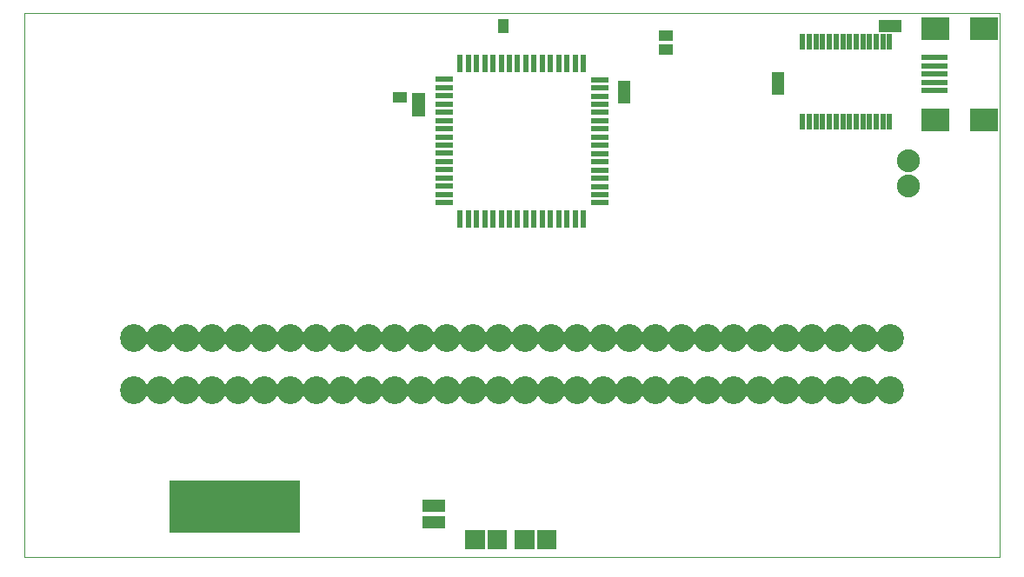
<source format=gbr>
%FSLAX34Y34*%
%MOMM*%
%LNSOLDERMASK_TOP*%
G71*
G01*
%ADD10C, 0.00*%
%ADD11R, 0.50X1.50*%
%ADD12R, 2.70X2.20*%
%ADD13R, 2.50X0.60*%
%ADD14R, 1.40X1.00*%
%ADD15R, 1.00X1.40*%
%ADD16R, 1.70X0.60*%
%ADD17C, 2.70*%
%ADD18R, 0.60X1.70*%
%ADD19C, 2.24*%
%LPD*%
G54D10*
X0Y0D02*
X950000Y0D01*
X950000Y-530000D01*
X0Y-530000D01*
X0Y0D01*
X842610Y-27751D02*
G54D11*
D03*
X842610Y-105751D02*
G54D11*
D03*
X836110Y-27751D02*
G54D11*
D03*
X836110Y-105751D02*
G54D11*
D03*
X829610Y-27751D02*
G54D11*
D03*
X829610Y-105751D02*
G54D11*
D03*
X823110Y-27751D02*
G54D11*
D03*
X823110Y-105751D02*
G54D11*
D03*
X816610Y-27751D02*
G54D11*
D03*
X816610Y-105751D02*
G54D11*
D03*
X810110Y-27751D02*
G54D11*
D03*
X810110Y-105751D02*
G54D11*
D03*
X803610Y-27751D02*
G54D11*
D03*
X803610Y-105751D02*
G54D11*
D03*
X797110Y-27751D02*
G54D11*
D03*
X797110Y-105751D02*
G54D11*
D03*
X790610Y-27751D02*
G54D11*
D03*
X790610Y-105751D02*
G54D11*
D03*
X784110Y-27751D02*
G54D11*
D03*
X784110Y-105751D02*
G54D11*
D03*
X777610Y-27751D02*
G54D11*
D03*
X777610Y-105751D02*
G54D11*
D03*
X771110Y-27751D02*
G54D11*
D03*
X771110Y-105751D02*
G54D11*
D03*
X764610Y-27751D02*
G54D11*
D03*
X764610Y-105751D02*
G54D11*
D03*
X758110Y-27751D02*
G54D11*
D03*
X758110Y-105751D02*
G54D11*
D03*
G36*
X728072Y-79244D02*
X728072Y-67244D01*
X740072Y-67244D01*
X740072Y-79244D01*
X728072Y-79244D01*
G37*
G36*
X728072Y-68844D02*
X728072Y-56844D01*
X740072Y-56844D01*
X740072Y-68844D01*
X728072Y-68844D01*
G37*
X934500Y-14579D02*
G54D12*
D03*
X934500Y-103579D02*
G54D12*
D03*
X887500Y-14579D02*
G54D12*
D03*
X887500Y-103579D02*
G54D12*
D03*
X886200Y-43179D02*
G54D13*
D03*
X886200Y-51179D02*
G54D13*
D03*
X886200Y-59179D02*
G54D13*
D03*
X886200Y-67179D02*
G54D13*
D03*
X886200Y-75179D02*
G54D13*
D03*
X365572Y-81868D02*
G54D14*
D03*
X466410Y-12140D02*
G54D15*
D03*
X560072Y-72531D02*
G54D16*
D03*
X842848Y-366888D02*
G54D17*
D03*
X817448Y-366888D02*
G54D17*
D03*
X792048Y-366888D02*
G54D17*
D03*
X766648Y-366888D02*
G54D17*
D03*
X741248Y-366888D02*
G54D17*
D03*
X715848Y-366888D02*
G54D17*
D03*
X690448Y-366888D02*
G54D17*
D03*
X665048Y-366888D02*
G54D17*
D03*
X639648Y-366888D02*
G54D17*
D03*
X614248Y-366888D02*
G54D17*
D03*
X588848Y-366888D02*
G54D17*
D03*
X563448Y-366888D02*
G54D17*
D03*
X538048Y-366888D02*
G54D17*
D03*
X512648Y-366888D02*
G54D17*
D03*
X487248Y-366888D02*
G54D17*
D03*
X461848Y-366888D02*
G54D17*
D03*
X436448Y-366888D02*
G54D17*
D03*
X411048Y-366888D02*
G54D17*
D03*
X385648Y-366888D02*
G54D17*
D03*
X360248Y-366888D02*
G54D17*
D03*
X334848Y-366888D02*
G54D17*
D03*
X309448Y-366888D02*
G54D17*
D03*
X284048Y-366888D02*
G54D17*
D03*
X258648Y-366888D02*
G54D17*
D03*
X233248Y-366888D02*
G54D17*
D03*
X207848Y-366888D02*
G54D17*
D03*
X182448Y-366888D02*
G54D17*
D03*
X157047Y-366888D02*
G54D17*
D03*
X131647Y-366888D02*
G54D17*
D03*
X106247Y-366888D02*
G54D17*
D03*
X842848Y-316089D02*
G54D17*
D03*
X817448Y-316089D02*
G54D17*
D03*
X792048Y-316089D02*
G54D17*
D03*
X766648Y-316089D02*
G54D17*
D03*
X741248Y-316089D02*
G54D17*
D03*
X715848Y-316089D02*
G54D17*
D03*
X690448Y-316089D02*
G54D17*
D03*
X665048Y-316089D02*
G54D17*
D03*
X639648Y-316089D02*
G54D17*
D03*
X614248Y-316089D02*
G54D17*
D03*
X588848Y-316089D02*
G54D17*
D03*
X563448Y-316089D02*
G54D17*
D03*
X538048Y-316089D02*
G54D17*
D03*
X512648Y-316089D02*
G54D17*
D03*
X436448Y-316089D02*
G54D17*
D03*
X411048Y-316089D02*
G54D17*
D03*
X385648Y-316089D02*
G54D17*
D03*
X360248Y-316089D02*
G54D17*
D03*
X334848Y-316089D02*
G54D17*
D03*
X309448Y-316089D02*
G54D17*
D03*
X284048Y-316089D02*
G54D17*
D03*
X258648Y-316089D02*
G54D17*
D03*
X233248Y-316089D02*
G54D17*
D03*
X207848Y-316089D02*
G54D17*
D03*
X182448Y-316089D02*
G54D17*
D03*
X157047Y-316089D02*
G54D17*
D03*
X131647Y-316089D02*
G54D17*
D03*
X106247Y-316089D02*
G54D17*
D03*
X544372Y-48931D02*
G54D18*
D03*
X536372Y-48931D02*
G54D18*
D03*
X528372Y-48931D02*
G54D18*
D03*
X520372Y-48931D02*
G54D18*
D03*
X512372Y-48931D02*
G54D18*
D03*
X504372Y-48931D02*
G54D18*
D03*
X496372Y-48931D02*
G54D18*
D03*
X560072Y-64531D02*
G54D16*
D03*
X560072Y-72531D02*
G54D16*
D03*
X560072Y-80531D02*
G54D16*
D03*
X560072Y-88531D02*
G54D16*
D03*
X560072Y-96531D02*
G54D16*
D03*
X560072Y-104531D02*
G54D16*
D03*
X560072Y-112531D02*
G54D16*
D03*
X488372Y-200331D02*
G54D18*
D03*
X496372Y-200331D02*
G54D18*
D03*
X504372Y-200331D02*
G54D18*
D03*
X512372Y-200331D02*
G54D18*
D03*
X520372Y-200331D02*
G54D18*
D03*
X528372Y-200331D02*
G54D18*
D03*
X536372Y-200331D02*
G54D18*
D03*
X409072Y-120331D02*
G54D16*
D03*
X409072Y-112331D02*
G54D16*
D03*
X409072Y-104331D02*
G54D16*
D03*
X409072Y-96331D02*
G54D16*
D03*
X409072Y-88331D02*
G54D16*
D03*
X409072Y-80331D02*
G54D16*
D03*
X409072Y-72331D02*
G54D16*
D03*
X409072Y-64331D02*
G54D16*
D03*
X409072Y-72331D02*
G54D16*
D03*
X409072Y-80331D02*
G54D16*
D03*
X409072Y-88331D02*
G54D16*
D03*
X409072Y-96331D02*
G54D16*
D03*
X409072Y-104331D02*
G54D16*
D03*
X409072Y-112331D02*
G54D16*
D03*
X488372Y-48931D02*
G54D18*
D03*
X496372Y-48931D02*
G54D18*
D03*
X504372Y-48931D02*
G54D18*
D03*
X512372Y-48931D02*
G54D18*
D03*
X520372Y-48931D02*
G54D18*
D03*
X528372Y-48931D02*
G54D18*
D03*
X536372Y-48931D02*
G54D18*
D03*
X560072Y-120531D02*
G54D16*
D03*
X560072Y-112531D02*
G54D16*
D03*
X560072Y-104531D02*
G54D16*
D03*
X560072Y-96531D02*
G54D16*
D03*
X560072Y-88531D02*
G54D16*
D03*
X560072Y-80531D02*
G54D16*
D03*
X560072Y-72531D02*
G54D16*
D03*
X544372Y-200331D02*
G54D18*
D03*
X536372Y-200331D02*
G54D18*
D03*
X528372Y-200331D02*
G54D18*
D03*
X520372Y-200331D02*
G54D18*
D03*
X512372Y-200331D02*
G54D18*
D03*
X504372Y-200331D02*
G54D18*
D03*
X496372Y-200331D02*
G54D18*
D03*
X560072Y-128531D02*
G54D16*
D03*
X560072Y-136531D02*
G54D16*
D03*
X560072Y-144531D02*
G54D16*
D03*
X560072Y-152531D02*
G54D16*
D03*
X560072Y-160531D02*
G54D16*
D03*
X560072Y-168531D02*
G54D16*
D03*
X560072Y-176531D02*
G54D16*
D03*
X560072Y-184531D02*
G54D16*
D03*
X560072Y-176531D02*
G54D16*
D03*
X560072Y-168531D02*
G54D16*
D03*
X560072Y-160531D02*
G54D16*
D03*
X560072Y-152531D02*
G54D16*
D03*
X560072Y-144531D02*
G54D16*
D03*
X560072Y-136531D02*
G54D16*
D03*
X480372Y-48931D02*
G54D18*
D03*
X472372Y-48931D02*
G54D18*
D03*
X464372Y-48931D02*
G54D18*
D03*
X456372Y-48931D02*
G54D18*
D03*
X448372Y-48931D02*
G54D18*
D03*
X440372Y-48931D02*
G54D18*
D03*
X432372Y-48931D02*
G54D18*
D03*
X424372Y-48931D02*
G54D18*
D03*
X432372Y-48931D02*
G54D18*
D03*
X440372Y-48931D02*
G54D18*
D03*
X448372Y-48931D02*
G54D18*
D03*
X456372Y-48931D02*
G54D18*
D03*
X464372Y-48931D02*
G54D18*
D03*
X472372Y-48931D02*
G54D18*
D03*
X424372Y-200331D02*
G54D18*
D03*
X432372Y-200331D02*
G54D18*
D03*
X448372Y-200331D02*
G54D18*
D03*
X456372Y-200331D02*
G54D18*
D03*
X464372Y-200331D02*
G54D18*
D03*
X472372Y-200331D02*
G54D18*
D03*
X480372Y-200331D02*
G54D18*
D03*
X480372Y-200331D02*
G54D18*
D03*
X472372Y-200331D02*
G54D18*
D03*
X464372Y-200331D02*
G54D18*
D03*
X456372Y-200331D02*
G54D18*
D03*
X448372Y-200331D02*
G54D18*
D03*
X432372Y-200331D02*
G54D18*
D03*
X409072Y-184331D02*
G54D16*
D03*
X409072Y-176331D02*
G54D16*
D03*
X409072Y-168331D02*
G54D16*
D03*
X409072Y-160331D02*
G54D16*
D03*
X409072Y-152331D02*
G54D16*
D03*
X409072Y-144331D02*
G54D16*
D03*
X409072Y-136331D02*
G54D16*
D03*
X409072Y-128331D02*
G54D16*
D03*
X409072Y-136331D02*
G54D16*
D03*
X409072Y-144331D02*
G54D16*
D03*
X409072Y-152331D02*
G54D16*
D03*
X409072Y-160331D02*
G54D16*
D03*
X409072Y-168331D02*
G54D16*
D03*
X409072Y-176331D02*
G54D16*
D03*
X440372Y-200331D02*
G54D18*
D03*
X461848Y-316088D02*
G54D17*
D03*
X487248Y-316088D02*
G54D17*
D03*
G36*
X429500Y-503192D02*
X448500Y-503192D01*
X448500Y-522192D01*
X429500Y-522192D01*
X429500Y-503192D01*
G37*
G36*
X451250Y-503192D02*
X470250Y-503192D01*
X470250Y-522192D01*
X451250Y-522192D01*
X451250Y-503192D01*
G37*
X624372Y-21239D02*
G54D14*
D03*
X624372Y-35068D02*
G54D14*
D03*
G36*
X832019Y-5979D02*
X844019Y-5979D01*
X844019Y-17979D01*
X832019Y-17979D01*
X832019Y-5979D01*
G37*
G36*
X842419Y-5979D02*
X854419Y-5979D01*
X854419Y-17979D01*
X842419Y-17979D01*
X842419Y-5979D01*
G37*
G36*
X217900Y-505900D02*
X217900Y-480900D01*
X242900Y-480900D01*
X242900Y-505900D01*
X217900Y-505900D01*
G37*
G36*
X192500Y-505900D02*
X192500Y-480900D01*
X217500Y-480900D01*
X217500Y-505900D01*
X192500Y-505900D01*
G37*
G36*
X167100Y-505900D02*
X167100Y-480900D01*
X192100Y-480900D01*
X192100Y-505900D01*
X167100Y-505900D01*
G37*
G36*
X167100Y-480500D02*
X167100Y-455500D01*
X192100Y-455500D01*
X192100Y-480500D01*
X167100Y-480500D01*
G37*
G36*
X192500Y-480500D02*
X192500Y-455500D01*
X217500Y-455500D01*
X217500Y-480500D01*
X192500Y-480500D01*
G37*
G36*
X217900Y-480500D02*
X217900Y-455500D01*
X242900Y-455500D01*
X242900Y-480500D01*
X217900Y-480500D01*
G37*
G36*
X243300Y-505900D02*
X243300Y-480900D01*
X268300Y-480900D01*
X268300Y-505900D01*
X243300Y-505900D01*
G37*
G36*
X243300Y-480500D02*
X243300Y-455500D01*
X268300Y-455500D01*
X268300Y-480500D01*
X243300Y-480500D01*
G37*
G36*
X141700Y-505900D02*
X141700Y-480900D01*
X166700Y-480900D01*
X166700Y-505900D01*
X141700Y-505900D01*
G37*
G36*
X141700Y-480500D02*
X141700Y-455500D01*
X166700Y-455500D01*
X166700Y-480500D01*
X141700Y-480500D01*
G37*
G36*
X590082Y-65528D02*
X590082Y-77528D01*
X578082Y-77528D01*
X578082Y-65528D01*
X590082Y-65528D01*
G37*
G36*
X590082Y-75928D02*
X590082Y-87928D01*
X578082Y-87928D01*
X578082Y-75928D01*
X590082Y-75928D01*
G37*
G36*
X389925Y-77883D02*
X389925Y-89883D01*
X377925Y-89883D01*
X377925Y-77883D01*
X389925Y-77883D01*
G37*
G36*
X389925Y-88283D02*
X389925Y-100283D01*
X377925Y-100283D01*
X377925Y-88283D01*
X389925Y-88283D01*
G37*
G36*
X410137Y-502059D02*
X398137Y-502059D01*
X398137Y-490059D01*
X410137Y-490059D01*
X410137Y-502059D01*
G37*
G36*
X399737Y-502059D02*
X387737Y-502059D01*
X387737Y-490059D01*
X399737Y-490059D01*
X399737Y-502059D01*
G37*
G36*
X410116Y-485982D02*
X398116Y-485982D01*
X398116Y-473982D01*
X410116Y-473982D01*
X410116Y-485982D01*
G37*
G36*
X399716Y-485982D02*
X387716Y-485982D01*
X387716Y-473982D01*
X399716Y-473982D01*
X399716Y-485982D01*
G37*
G36*
X518333Y-522289D02*
X499333Y-522289D01*
X499333Y-503289D01*
X518333Y-503289D01*
X518333Y-522289D01*
G37*
G36*
X496583Y-522289D02*
X477583Y-522289D01*
X477583Y-503289D01*
X496583Y-503289D01*
X496583Y-522289D01*
G37*
X860630Y-168070D02*
G54D19*
D03*
X860630Y-143170D02*
G54D19*
D03*
M02*

</source>
